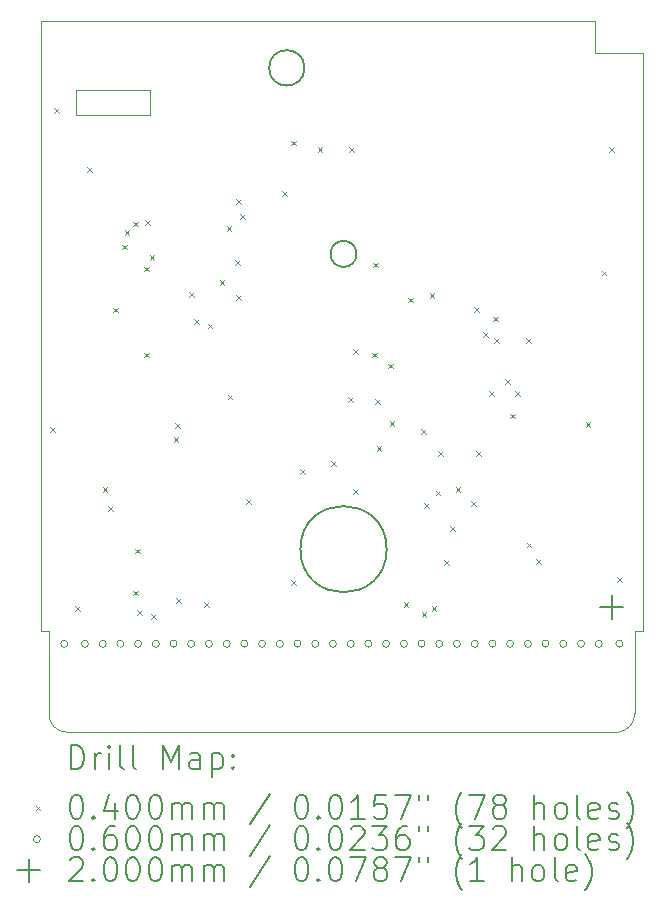
<source format=gbr>
%TF.GenerationSoftware,KiCad,Pcbnew,(6.0.8)*%
%TF.CreationDate,2022-12-25T17:24:43-05:00*%
%TF.ProjectId,mbc30flash,6d626333-3066-46c6-9173-682e6b696361,rev?*%
%TF.SameCoordinates,Original*%
%TF.FileFunction,Drillmap*%
%TF.FilePolarity,Positive*%
%FSLAX45Y45*%
G04 Gerber Fmt 4.5, Leading zero omitted, Abs format (unit mm)*
G04 Created by KiCad (PCBNEW (6.0.8)) date 2022-12-25 17:24:43*
%MOMM*%
%LPD*%
G01*
G04 APERTURE LIST*
%ADD10C,0.025400*%
%ADD11C,0.200000*%
%ADD12C,0.040000*%
%ADD13C,0.060000*%
G04 APERTURE END LIST*
D10*
X6790182Y-7560204D02*
X6790182Y-7770880D01*
X7412482Y-7560204D02*
X6790182Y-7560204D01*
X6490622Y-12140200D02*
X6560622Y-12140200D01*
X11590622Y-11170560D02*
X11590622Y-7250200D01*
X11185622Y-7250200D02*
X11185622Y-6980200D01*
X6490622Y-6980200D02*
X6490622Y-11170560D01*
X6714622Y-13000200D02*
X11377622Y-13000200D01*
X6560622Y-12140200D02*
X6560622Y-12844200D01*
X11520622Y-12140200D02*
X11590622Y-12140200D01*
X11520622Y-12836200D02*
X11520622Y-12140200D01*
X11185622Y-6980200D02*
X6490622Y-6980200D01*
X6560622Y-12844200D02*
G75*
G03*
X6714622Y-13000200I152498J-3470D01*
G01*
X11377622Y-13000204D02*
G75*
G03*
X11520622Y-12836200I-15092J157504D01*
G01*
X11590622Y-7250200D02*
X11185622Y-7250200D01*
X6790182Y-7770880D02*
X7412482Y-7770880D01*
X11590622Y-12140200D02*
X11590622Y-11170560D01*
X6490622Y-11170560D02*
X6490622Y-12140200D01*
D11*
X8724900Y-7375000D02*
G75*
G03*
X8724900Y-7375000I-150000J0D01*
G01*
D10*
X7412482Y-7560204D02*
X7412482Y-7770880D01*
D11*
X9165000Y-8950000D02*
G75*
G03*
X9165000Y-8950000I-110000J0D01*
G01*
X9420000Y-11450000D02*
G75*
G03*
X9420000Y-11450000I-365000J0D01*
G01*
D12*
X6572910Y-10416090D02*
X6612910Y-10456090D01*
X6612910Y-10416090D02*
X6572910Y-10456090D01*
X6605000Y-7713000D02*
X6645000Y-7753000D01*
X6645000Y-7713000D02*
X6605000Y-7753000D01*
X6785000Y-11935000D02*
X6825000Y-11975000D01*
X6825000Y-11935000D02*
X6785000Y-11975000D01*
X6883000Y-8218000D02*
X6923000Y-8258000D01*
X6923000Y-8218000D02*
X6883000Y-8258000D01*
X7016350Y-10925000D02*
X7056350Y-10965000D01*
X7056350Y-10925000D02*
X7016350Y-10965000D01*
X7062030Y-11086000D02*
X7102030Y-11126000D01*
X7102030Y-11086000D02*
X7062030Y-11126000D01*
X7106160Y-9405220D02*
X7146160Y-9445220D01*
X7146160Y-9405220D02*
X7106160Y-9445220D01*
X7178020Y-8872490D02*
X7218020Y-8912490D01*
X7218020Y-8872490D02*
X7178020Y-8912490D01*
X7200590Y-8751510D02*
X7240590Y-8791510D01*
X7240590Y-8751510D02*
X7200590Y-8791510D01*
X7275000Y-11802000D02*
X7315000Y-11842000D01*
X7315000Y-11802000D02*
X7275000Y-11842000D01*
X7275090Y-8675760D02*
X7315090Y-8715760D01*
X7315090Y-8675760D02*
X7275090Y-8715760D01*
X7290420Y-11445850D02*
X7330420Y-11485850D01*
X7330420Y-11445850D02*
X7290420Y-11485850D01*
X7305000Y-11967000D02*
X7345000Y-12007000D01*
X7345000Y-11967000D02*
X7305000Y-12007000D01*
X7365640Y-9785320D02*
X7405640Y-9825320D01*
X7405640Y-9785320D02*
X7365640Y-9825320D01*
X7368630Y-9058580D02*
X7408630Y-9098580D01*
X7408630Y-9058580D02*
X7368630Y-9098580D01*
X7377010Y-8667200D02*
X7417010Y-8707200D01*
X7417010Y-8667200D02*
X7377010Y-8707200D01*
X7412880Y-8960630D02*
X7452880Y-9000630D01*
X7452880Y-8960630D02*
X7412880Y-9000630D01*
X7426000Y-12002000D02*
X7466000Y-12042000D01*
X7466000Y-12002000D02*
X7426000Y-12042000D01*
X7617490Y-10499340D02*
X7657490Y-10539340D01*
X7657490Y-10499340D02*
X7617490Y-10539340D01*
X7630770Y-10382190D02*
X7670770Y-10422190D01*
X7670770Y-10382190D02*
X7630770Y-10422190D01*
X7636120Y-11864440D02*
X7676120Y-11904440D01*
X7676120Y-11864440D02*
X7636120Y-11904440D01*
X7746630Y-9272270D02*
X7786630Y-9312270D01*
X7786630Y-9272270D02*
X7746630Y-9312270D01*
X7792000Y-9499680D02*
X7832000Y-9539680D01*
X7832000Y-9499680D02*
X7792000Y-9539680D01*
X7872580Y-11898000D02*
X7912580Y-11938000D01*
X7912580Y-11898000D02*
X7872580Y-11938000D01*
X7904650Y-9540290D02*
X7944650Y-9580290D01*
X7944650Y-9540290D02*
X7904650Y-9580290D01*
X8005000Y-9170000D02*
X8045000Y-9210000D01*
X8045000Y-9170000D02*
X8005000Y-9210000D01*
X8065000Y-8715000D02*
X8105000Y-8755000D01*
X8105000Y-8715000D02*
X8065000Y-8755000D01*
X8074910Y-10142000D02*
X8114910Y-10182000D01*
X8114910Y-10142000D02*
X8074910Y-10182000D01*
X8135000Y-9000000D02*
X8175000Y-9040000D01*
X8175000Y-9000000D02*
X8135000Y-9040000D01*
X8145000Y-8485000D02*
X8185000Y-8525000D01*
X8185000Y-8485000D02*
X8145000Y-8525000D01*
X8145000Y-9300000D02*
X8185000Y-9340000D01*
X8185000Y-9300000D02*
X8145000Y-9340000D01*
X8180080Y-8615000D02*
X8220080Y-8655000D01*
X8220080Y-8615000D02*
X8180080Y-8655000D01*
X8232830Y-11025000D02*
X8272830Y-11065000D01*
X8272830Y-11025000D02*
X8232830Y-11065000D01*
X8532870Y-8421630D02*
X8572870Y-8461630D01*
X8572870Y-8421630D02*
X8532870Y-8461630D01*
X8608500Y-7991500D02*
X8648500Y-8031500D01*
X8648500Y-7991500D02*
X8608500Y-8031500D01*
X8614000Y-11714000D02*
X8654000Y-11754000D01*
X8654000Y-11714000D02*
X8614000Y-11754000D01*
X8685000Y-10770000D02*
X8725000Y-10810000D01*
X8725000Y-10770000D02*
X8685000Y-10810000D01*
X8836520Y-8043480D02*
X8876520Y-8083480D01*
X8876520Y-8043480D02*
X8836520Y-8083480D01*
X8947055Y-10704785D02*
X8987055Y-10744785D01*
X8987055Y-10704785D02*
X8947055Y-10744785D01*
X9095000Y-10165000D02*
X9135000Y-10205000D01*
X9135000Y-10165000D02*
X9095000Y-10205000D01*
X9104000Y-8043480D02*
X9144000Y-8083480D01*
X9144000Y-8043480D02*
X9104000Y-8083480D01*
X9135000Y-9755000D02*
X9175000Y-9795000D01*
X9175000Y-9755000D02*
X9135000Y-9795000D01*
X9135000Y-10940050D02*
X9175000Y-10980050D01*
X9175000Y-10940050D02*
X9135000Y-10980050D01*
X9300000Y-9785000D02*
X9340000Y-9825000D01*
X9340000Y-9785000D02*
X9300000Y-9825000D01*
X9304462Y-9024462D02*
X9344462Y-9064462D01*
X9344462Y-9024462D02*
X9304462Y-9064462D01*
X9320000Y-10180000D02*
X9360000Y-10220000D01*
X9360000Y-10180000D02*
X9320000Y-10220000D01*
X9335000Y-10575000D02*
X9375000Y-10615000D01*
X9375000Y-10575000D02*
X9335000Y-10615000D01*
X9430000Y-9880000D02*
X9470000Y-9920000D01*
X9470000Y-9880000D02*
X9430000Y-9920000D01*
X9445000Y-10365050D02*
X9485000Y-10405050D01*
X9485000Y-10365050D02*
X9445000Y-10405050D01*
X9565000Y-11900000D02*
X9605000Y-11940000D01*
X9605000Y-11900000D02*
X9565000Y-11940000D01*
X9600000Y-9320000D02*
X9640000Y-9360000D01*
X9640000Y-9320000D02*
X9600000Y-9360000D01*
X9715000Y-10435000D02*
X9755000Y-10475000D01*
X9755000Y-10435000D02*
X9715000Y-10475000D01*
X9715516Y-11983408D02*
X9755516Y-12023408D01*
X9755516Y-11983408D02*
X9715516Y-12023408D01*
X9740000Y-11060000D02*
X9780000Y-11100000D01*
X9780000Y-11060000D02*
X9740000Y-11100000D01*
X9785000Y-9285000D02*
X9825000Y-9325000D01*
X9825000Y-9285000D02*
X9785000Y-9325000D01*
X9800000Y-11930000D02*
X9840000Y-11970000D01*
X9840000Y-11930000D02*
X9800000Y-11970000D01*
X9835000Y-10955000D02*
X9875000Y-10995000D01*
X9875000Y-10955000D02*
X9835000Y-10995000D01*
X9855000Y-10620000D02*
X9895000Y-10660000D01*
X9895000Y-10620000D02*
X9855000Y-10660000D01*
X9905000Y-11545000D02*
X9945000Y-11585000D01*
X9945000Y-11545000D02*
X9905000Y-11585000D01*
X9955000Y-11255000D02*
X9995000Y-11295000D01*
X9995000Y-11255000D02*
X9955000Y-11295000D01*
X10005000Y-10925000D02*
X10045000Y-10965000D01*
X10045000Y-10925000D02*
X10005000Y-10965000D01*
X10137500Y-11042500D02*
X10177500Y-11082500D01*
X10177500Y-11042500D02*
X10137500Y-11082500D01*
X10161470Y-9401590D02*
X10201470Y-9441590D01*
X10201470Y-9401590D02*
X10161470Y-9441590D01*
X10175000Y-10620000D02*
X10215000Y-10660000D01*
X10215000Y-10620000D02*
X10175000Y-10660000D01*
X10237060Y-9613130D02*
X10277060Y-9653130D01*
X10277060Y-9613130D02*
X10237060Y-9653130D01*
X10290000Y-10115000D02*
X10330000Y-10155000D01*
X10330000Y-10115000D02*
X10290000Y-10155000D01*
X10321600Y-9480500D02*
X10361600Y-9520500D01*
X10361600Y-9480500D02*
X10321600Y-9520500D01*
X10332980Y-9661740D02*
X10372980Y-9701740D01*
X10372980Y-9661740D02*
X10332980Y-9701740D01*
X10425000Y-10010000D02*
X10465000Y-10050000D01*
X10465000Y-10010000D02*
X10425000Y-10050000D01*
X10467500Y-10302500D02*
X10507500Y-10342500D01*
X10507500Y-10302500D02*
X10467500Y-10342500D01*
X10505000Y-10110000D02*
X10545000Y-10150000D01*
X10545000Y-10110000D02*
X10505000Y-10150000D01*
X10601490Y-9660310D02*
X10641490Y-9700310D01*
X10641490Y-9660310D02*
X10601490Y-9700310D01*
X10606310Y-11395220D02*
X10646310Y-11435220D01*
X10646310Y-11395220D02*
X10606310Y-11435220D01*
X10685000Y-11532500D02*
X10725000Y-11572500D01*
X10725000Y-11532500D02*
X10685000Y-11572500D01*
X11105000Y-10375000D02*
X11145000Y-10415000D01*
X11145000Y-10375000D02*
X11105000Y-10415000D01*
X11240000Y-9092500D02*
X11280000Y-9132500D01*
X11280000Y-9092500D02*
X11240000Y-9132500D01*
X11301000Y-8043480D02*
X11341000Y-8083480D01*
X11341000Y-8043480D02*
X11301000Y-8083480D01*
X11370000Y-11687500D02*
X11410000Y-11727500D01*
X11410000Y-11687500D02*
X11370000Y-11727500D01*
D13*
X6720620Y-12250900D02*
G75*
G03*
X6720620Y-12250900I-30000J0D01*
G01*
X6895620Y-12250900D02*
G75*
G03*
X6895620Y-12250900I-30000J0D01*
G01*
X7045620Y-12250900D02*
G75*
G03*
X7045620Y-12250900I-30000J0D01*
G01*
X7195620Y-12250900D02*
G75*
G03*
X7195620Y-12250900I-30000J0D01*
G01*
X7345620Y-12250900D02*
G75*
G03*
X7345620Y-12250900I-30000J0D01*
G01*
X7495620Y-12250900D02*
G75*
G03*
X7495620Y-12250900I-30000J0D01*
G01*
X7645620Y-12250900D02*
G75*
G03*
X7645620Y-12250900I-30000J0D01*
G01*
X7795620Y-12250900D02*
G75*
G03*
X7795620Y-12250900I-30000J0D01*
G01*
X7945620Y-12250900D02*
G75*
G03*
X7945620Y-12250900I-30000J0D01*
G01*
X8095620Y-12250900D02*
G75*
G03*
X8095620Y-12250900I-30000J0D01*
G01*
X8245620Y-12250900D02*
G75*
G03*
X8245620Y-12250900I-30000J0D01*
G01*
X8395620Y-12250900D02*
G75*
G03*
X8395620Y-12250900I-30000J0D01*
G01*
X8545620Y-12250900D02*
G75*
G03*
X8545620Y-12250900I-30000J0D01*
G01*
X8695620Y-12250900D02*
G75*
G03*
X8695620Y-12250900I-30000J0D01*
G01*
X8845620Y-12250900D02*
G75*
G03*
X8845620Y-12250900I-30000J0D01*
G01*
X8995620Y-12250900D02*
G75*
G03*
X8995620Y-12250900I-30000J0D01*
G01*
X9145620Y-12250900D02*
G75*
G03*
X9145620Y-12250900I-30000J0D01*
G01*
X9295620Y-12250900D02*
G75*
G03*
X9295620Y-12250900I-30000J0D01*
G01*
X9445620Y-12250900D02*
G75*
G03*
X9445620Y-12250900I-30000J0D01*
G01*
X9595620Y-12250900D02*
G75*
G03*
X9595620Y-12250900I-30000J0D01*
G01*
X9745620Y-12250900D02*
G75*
G03*
X9745620Y-12250900I-30000J0D01*
G01*
X9895620Y-12250900D02*
G75*
G03*
X9895620Y-12250900I-30000J0D01*
G01*
X10045620Y-12250900D02*
G75*
G03*
X10045620Y-12250900I-30000J0D01*
G01*
X10195620Y-12250900D02*
G75*
G03*
X10195620Y-12250900I-30000J0D01*
G01*
X10345620Y-12250900D02*
G75*
G03*
X10345620Y-12250900I-30000J0D01*
G01*
X10495620Y-12250900D02*
G75*
G03*
X10495620Y-12250900I-30000J0D01*
G01*
X10645620Y-12250900D02*
G75*
G03*
X10645620Y-12250900I-30000J0D01*
G01*
X10795620Y-12250900D02*
G75*
G03*
X10795620Y-12250900I-30000J0D01*
G01*
X10945620Y-12250900D02*
G75*
G03*
X10945620Y-12250900I-30000J0D01*
G01*
X11095620Y-12250900D02*
G75*
G03*
X11095620Y-12250900I-30000J0D01*
G01*
X11245620Y-12250900D02*
G75*
G03*
X11245620Y-12250900I-30000J0D01*
G01*
X11420620Y-12250900D02*
G75*
G03*
X11420620Y-12250900I-30000J0D01*
G01*
D11*
X11325000Y-11837500D02*
X11325000Y-12037500D01*
X11225000Y-11937500D02*
X11425000Y-11937500D01*
X6746971Y-13311953D02*
X6746971Y-13111953D01*
X6794590Y-13111953D01*
X6823161Y-13121477D01*
X6842209Y-13140525D01*
X6851733Y-13159573D01*
X6861257Y-13197668D01*
X6861257Y-13226239D01*
X6851733Y-13264334D01*
X6842209Y-13283382D01*
X6823161Y-13302430D01*
X6794590Y-13311953D01*
X6746971Y-13311953D01*
X6946971Y-13311953D02*
X6946971Y-13178620D01*
X6946971Y-13216715D02*
X6956495Y-13197668D01*
X6966019Y-13188144D01*
X6985066Y-13178620D01*
X7004114Y-13178620D01*
X7070780Y-13311953D02*
X7070780Y-13178620D01*
X7070780Y-13111953D02*
X7061257Y-13121477D01*
X7070780Y-13131001D01*
X7080304Y-13121477D01*
X7070780Y-13111953D01*
X7070780Y-13131001D01*
X7194590Y-13311953D02*
X7175542Y-13302430D01*
X7166019Y-13283382D01*
X7166019Y-13111953D01*
X7299352Y-13311953D02*
X7280304Y-13302430D01*
X7270780Y-13283382D01*
X7270780Y-13111953D01*
X7527923Y-13311953D02*
X7527923Y-13111953D01*
X7594590Y-13254811D01*
X7661257Y-13111953D01*
X7661257Y-13311953D01*
X7842209Y-13311953D02*
X7842209Y-13207192D01*
X7832685Y-13188144D01*
X7813638Y-13178620D01*
X7775542Y-13178620D01*
X7756495Y-13188144D01*
X7842209Y-13302430D02*
X7823161Y-13311953D01*
X7775542Y-13311953D01*
X7756495Y-13302430D01*
X7746971Y-13283382D01*
X7746971Y-13264334D01*
X7756495Y-13245287D01*
X7775542Y-13235763D01*
X7823161Y-13235763D01*
X7842209Y-13226239D01*
X7937447Y-13178620D02*
X7937447Y-13378620D01*
X7937447Y-13188144D02*
X7956495Y-13178620D01*
X7994590Y-13178620D01*
X8013638Y-13188144D01*
X8023161Y-13197668D01*
X8032685Y-13216715D01*
X8032685Y-13273858D01*
X8023161Y-13292906D01*
X8013638Y-13302430D01*
X7994590Y-13311953D01*
X7956495Y-13311953D01*
X7937447Y-13302430D01*
X8118400Y-13292906D02*
X8127923Y-13302430D01*
X8118400Y-13311953D01*
X8108876Y-13302430D01*
X8118400Y-13292906D01*
X8118400Y-13311953D01*
X8118400Y-13188144D02*
X8127923Y-13197668D01*
X8118400Y-13207192D01*
X8108876Y-13197668D01*
X8118400Y-13188144D01*
X8118400Y-13207192D01*
D12*
X6449352Y-13621477D02*
X6489352Y-13661477D01*
X6489352Y-13621477D02*
X6449352Y-13661477D01*
D11*
X6785066Y-13531953D02*
X6804114Y-13531953D01*
X6823161Y-13541477D01*
X6832685Y-13551001D01*
X6842209Y-13570049D01*
X6851733Y-13608144D01*
X6851733Y-13655763D01*
X6842209Y-13693858D01*
X6832685Y-13712906D01*
X6823161Y-13722430D01*
X6804114Y-13731953D01*
X6785066Y-13731953D01*
X6766019Y-13722430D01*
X6756495Y-13712906D01*
X6746971Y-13693858D01*
X6737447Y-13655763D01*
X6737447Y-13608144D01*
X6746971Y-13570049D01*
X6756495Y-13551001D01*
X6766019Y-13541477D01*
X6785066Y-13531953D01*
X6937447Y-13712906D02*
X6946971Y-13722430D01*
X6937447Y-13731953D01*
X6927923Y-13722430D01*
X6937447Y-13712906D01*
X6937447Y-13731953D01*
X7118400Y-13598620D02*
X7118400Y-13731953D01*
X7070780Y-13522430D02*
X7023161Y-13665287D01*
X7146971Y-13665287D01*
X7261257Y-13531953D02*
X7280304Y-13531953D01*
X7299352Y-13541477D01*
X7308876Y-13551001D01*
X7318400Y-13570049D01*
X7327923Y-13608144D01*
X7327923Y-13655763D01*
X7318400Y-13693858D01*
X7308876Y-13712906D01*
X7299352Y-13722430D01*
X7280304Y-13731953D01*
X7261257Y-13731953D01*
X7242209Y-13722430D01*
X7232685Y-13712906D01*
X7223161Y-13693858D01*
X7213638Y-13655763D01*
X7213638Y-13608144D01*
X7223161Y-13570049D01*
X7232685Y-13551001D01*
X7242209Y-13541477D01*
X7261257Y-13531953D01*
X7451733Y-13531953D02*
X7470780Y-13531953D01*
X7489828Y-13541477D01*
X7499352Y-13551001D01*
X7508876Y-13570049D01*
X7518400Y-13608144D01*
X7518400Y-13655763D01*
X7508876Y-13693858D01*
X7499352Y-13712906D01*
X7489828Y-13722430D01*
X7470780Y-13731953D01*
X7451733Y-13731953D01*
X7432685Y-13722430D01*
X7423161Y-13712906D01*
X7413638Y-13693858D01*
X7404114Y-13655763D01*
X7404114Y-13608144D01*
X7413638Y-13570049D01*
X7423161Y-13551001D01*
X7432685Y-13541477D01*
X7451733Y-13531953D01*
X7604114Y-13731953D02*
X7604114Y-13598620D01*
X7604114Y-13617668D02*
X7613638Y-13608144D01*
X7632685Y-13598620D01*
X7661257Y-13598620D01*
X7680304Y-13608144D01*
X7689828Y-13627192D01*
X7689828Y-13731953D01*
X7689828Y-13627192D02*
X7699352Y-13608144D01*
X7718400Y-13598620D01*
X7746971Y-13598620D01*
X7766019Y-13608144D01*
X7775542Y-13627192D01*
X7775542Y-13731953D01*
X7870780Y-13731953D02*
X7870780Y-13598620D01*
X7870780Y-13617668D02*
X7880304Y-13608144D01*
X7899352Y-13598620D01*
X7927923Y-13598620D01*
X7946971Y-13608144D01*
X7956495Y-13627192D01*
X7956495Y-13731953D01*
X7956495Y-13627192D02*
X7966019Y-13608144D01*
X7985066Y-13598620D01*
X8013638Y-13598620D01*
X8032685Y-13608144D01*
X8042209Y-13627192D01*
X8042209Y-13731953D01*
X8432685Y-13522430D02*
X8261257Y-13779573D01*
X8689828Y-13531953D02*
X8708876Y-13531953D01*
X8727923Y-13541477D01*
X8737447Y-13551001D01*
X8746971Y-13570049D01*
X8756495Y-13608144D01*
X8756495Y-13655763D01*
X8746971Y-13693858D01*
X8737447Y-13712906D01*
X8727923Y-13722430D01*
X8708876Y-13731953D01*
X8689828Y-13731953D01*
X8670781Y-13722430D01*
X8661257Y-13712906D01*
X8651733Y-13693858D01*
X8642209Y-13655763D01*
X8642209Y-13608144D01*
X8651733Y-13570049D01*
X8661257Y-13551001D01*
X8670781Y-13541477D01*
X8689828Y-13531953D01*
X8842209Y-13712906D02*
X8851733Y-13722430D01*
X8842209Y-13731953D01*
X8832685Y-13722430D01*
X8842209Y-13712906D01*
X8842209Y-13731953D01*
X8975542Y-13531953D02*
X8994590Y-13531953D01*
X9013638Y-13541477D01*
X9023162Y-13551001D01*
X9032685Y-13570049D01*
X9042209Y-13608144D01*
X9042209Y-13655763D01*
X9032685Y-13693858D01*
X9023162Y-13712906D01*
X9013638Y-13722430D01*
X8994590Y-13731953D01*
X8975542Y-13731953D01*
X8956495Y-13722430D01*
X8946971Y-13712906D01*
X8937447Y-13693858D01*
X8927923Y-13655763D01*
X8927923Y-13608144D01*
X8937447Y-13570049D01*
X8946971Y-13551001D01*
X8956495Y-13541477D01*
X8975542Y-13531953D01*
X9232685Y-13731953D02*
X9118400Y-13731953D01*
X9175542Y-13731953D02*
X9175542Y-13531953D01*
X9156495Y-13560525D01*
X9137447Y-13579573D01*
X9118400Y-13589096D01*
X9413638Y-13531953D02*
X9318400Y-13531953D01*
X9308876Y-13627192D01*
X9318400Y-13617668D01*
X9337447Y-13608144D01*
X9385066Y-13608144D01*
X9404114Y-13617668D01*
X9413638Y-13627192D01*
X9423162Y-13646239D01*
X9423162Y-13693858D01*
X9413638Y-13712906D01*
X9404114Y-13722430D01*
X9385066Y-13731953D01*
X9337447Y-13731953D01*
X9318400Y-13722430D01*
X9308876Y-13712906D01*
X9489828Y-13531953D02*
X9623162Y-13531953D01*
X9537447Y-13731953D01*
X9689828Y-13531953D02*
X9689828Y-13570049D01*
X9766019Y-13531953D02*
X9766019Y-13570049D01*
X10061257Y-13808144D02*
X10051733Y-13798620D01*
X10032685Y-13770049D01*
X10023162Y-13751001D01*
X10013638Y-13722430D01*
X10004114Y-13674811D01*
X10004114Y-13636715D01*
X10013638Y-13589096D01*
X10023162Y-13560525D01*
X10032685Y-13541477D01*
X10051733Y-13512906D01*
X10061257Y-13503382D01*
X10118400Y-13531953D02*
X10251733Y-13531953D01*
X10166019Y-13731953D01*
X10356495Y-13617668D02*
X10337447Y-13608144D01*
X10327923Y-13598620D01*
X10318400Y-13579573D01*
X10318400Y-13570049D01*
X10327923Y-13551001D01*
X10337447Y-13541477D01*
X10356495Y-13531953D01*
X10394590Y-13531953D01*
X10413638Y-13541477D01*
X10423162Y-13551001D01*
X10432685Y-13570049D01*
X10432685Y-13579573D01*
X10423162Y-13598620D01*
X10413638Y-13608144D01*
X10394590Y-13617668D01*
X10356495Y-13617668D01*
X10337447Y-13627192D01*
X10327923Y-13636715D01*
X10318400Y-13655763D01*
X10318400Y-13693858D01*
X10327923Y-13712906D01*
X10337447Y-13722430D01*
X10356495Y-13731953D01*
X10394590Y-13731953D01*
X10413638Y-13722430D01*
X10423162Y-13712906D01*
X10432685Y-13693858D01*
X10432685Y-13655763D01*
X10423162Y-13636715D01*
X10413638Y-13627192D01*
X10394590Y-13617668D01*
X10670781Y-13731953D02*
X10670781Y-13531953D01*
X10756495Y-13731953D02*
X10756495Y-13627192D01*
X10746971Y-13608144D01*
X10727923Y-13598620D01*
X10699352Y-13598620D01*
X10680304Y-13608144D01*
X10670781Y-13617668D01*
X10880304Y-13731953D02*
X10861257Y-13722430D01*
X10851733Y-13712906D01*
X10842209Y-13693858D01*
X10842209Y-13636715D01*
X10851733Y-13617668D01*
X10861257Y-13608144D01*
X10880304Y-13598620D01*
X10908876Y-13598620D01*
X10927923Y-13608144D01*
X10937447Y-13617668D01*
X10946971Y-13636715D01*
X10946971Y-13693858D01*
X10937447Y-13712906D01*
X10927923Y-13722430D01*
X10908876Y-13731953D01*
X10880304Y-13731953D01*
X11061257Y-13731953D02*
X11042209Y-13722430D01*
X11032685Y-13703382D01*
X11032685Y-13531953D01*
X11213638Y-13722430D02*
X11194590Y-13731953D01*
X11156495Y-13731953D01*
X11137447Y-13722430D01*
X11127923Y-13703382D01*
X11127923Y-13627192D01*
X11137447Y-13608144D01*
X11156495Y-13598620D01*
X11194590Y-13598620D01*
X11213638Y-13608144D01*
X11223161Y-13627192D01*
X11223161Y-13646239D01*
X11127923Y-13665287D01*
X11299352Y-13722430D02*
X11318400Y-13731953D01*
X11356495Y-13731953D01*
X11375542Y-13722430D01*
X11385066Y-13703382D01*
X11385066Y-13693858D01*
X11375542Y-13674811D01*
X11356495Y-13665287D01*
X11327923Y-13665287D01*
X11308876Y-13655763D01*
X11299352Y-13636715D01*
X11299352Y-13627192D01*
X11308876Y-13608144D01*
X11327923Y-13598620D01*
X11356495Y-13598620D01*
X11375542Y-13608144D01*
X11451733Y-13808144D02*
X11461257Y-13798620D01*
X11480304Y-13770049D01*
X11489828Y-13751001D01*
X11499352Y-13722430D01*
X11508876Y-13674811D01*
X11508876Y-13636715D01*
X11499352Y-13589096D01*
X11489828Y-13560525D01*
X11480304Y-13541477D01*
X11461257Y-13512906D01*
X11451733Y-13503382D01*
D13*
X6489352Y-13905477D02*
G75*
G03*
X6489352Y-13905477I-30000J0D01*
G01*
D11*
X6785066Y-13795953D02*
X6804114Y-13795953D01*
X6823161Y-13805477D01*
X6832685Y-13815001D01*
X6842209Y-13834049D01*
X6851733Y-13872144D01*
X6851733Y-13919763D01*
X6842209Y-13957858D01*
X6832685Y-13976906D01*
X6823161Y-13986430D01*
X6804114Y-13995953D01*
X6785066Y-13995953D01*
X6766019Y-13986430D01*
X6756495Y-13976906D01*
X6746971Y-13957858D01*
X6737447Y-13919763D01*
X6737447Y-13872144D01*
X6746971Y-13834049D01*
X6756495Y-13815001D01*
X6766019Y-13805477D01*
X6785066Y-13795953D01*
X6937447Y-13976906D02*
X6946971Y-13986430D01*
X6937447Y-13995953D01*
X6927923Y-13986430D01*
X6937447Y-13976906D01*
X6937447Y-13995953D01*
X7118400Y-13795953D02*
X7080304Y-13795953D01*
X7061257Y-13805477D01*
X7051733Y-13815001D01*
X7032685Y-13843573D01*
X7023161Y-13881668D01*
X7023161Y-13957858D01*
X7032685Y-13976906D01*
X7042209Y-13986430D01*
X7061257Y-13995953D01*
X7099352Y-13995953D01*
X7118400Y-13986430D01*
X7127923Y-13976906D01*
X7137447Y-13957858D01*
X7137447Y-13910239D01*
X7127923Y-13891192D01*
X7118400Y-13881668D01*
X7099352Y-13872144D01*
X7061257Y-13872144D01*
X7042209Y-13881668D01*
X7032685Y-13891192D01*
X7023161Y-13910239D01*
X7261257Y-13795953D02*
X7280304Y-13795953D01*
X7299352Y-13805477D01*
X7308876Y-13815001D01*
X7318400Y-13834049D01*
X7327923Y-13872144D01*
X7327923Y-13919763D01*
X7318400Y-13957858D01*
X7308876Y-13976906D01*
X7299352Y-13986430D01*
X7280304Y-13995953D01*
X7261257Y-13995953D01*
X7242209Y-13986430D01*
X7232685Y-13976906D01*
X7223161Y-13957858D01*
X7213638Y-13919763D01*
X7213638Y-13872144D01*
X7223161Y-13834049D01*
X7232685Y-13815001D01*
X7242209Y-13805477D01*
X7261257Y-13795953D01*
X7451733Y-13795953D02*
X7470780Y-13795953D01*
X7489828Y-13805477D01*
X7499352Y-13815001D01*
X7508876Y-13834049D01*
X7518400Y-13872144D01*
X7518400Y-13919763D01*
X7508876Y-13957858D01*
X7499352Y-13976906D01*
X7489828Y-13986430D01*
X7470780Y-13995953D01*
X7451733Y-13995953D01*
X7432685Y-13986430D01*
X7423161Y-13976906D01*
X7413638Y-13957858D01*
X7404114Y-13919763D01*
X7404114Y-13872144D01*
X7413638Y-13834049D01*
X7423161Y-13815001D01*
X7432685Y-13805477D01*
X7451733Y-13795953D01*
X7604114Y-13995953D02*
X7604114Y-13862620D01*
X7604114Y-13881668D02*
X7613638Y-13872144D01*
X7632685Y-13862620D01*
X7661257Y-13862620D01*
X7680304Y-13872144D01*
X7689828Y-13891192D01*
X7689828Y-13995953D01*
X7689828Y-13891192D02*
X7699352Y-13872144D01*
X7718400Y-13862620D01*
X7746971Y-13862620D01*
X7766019Y-13872144D01*
X7775542Y-13891192D01*
X7775542Y-13995953D01*
X7870780Y-13995953D02*
X7870780Y-13862620D01*
X7870780Y-13881668D02*
X7880304Y-13872144D01*
X7899352Y-13862620D01*
X7927923Y-13862620D01*
X7946971Y-13872144D01*
X7956495Y-13891192D01*
X7956495Y-13995953D01*
X7956495Y-13891192D02*
X7966019Y-13872144D01*
X7985066Y-13862620D01*
X8013638Y-13862620D01*
X8032685Y-13872144D01*
X8042209Y-13891192D01*
X8042209Y-13995953D01*
X8432685Y-13786430D02*
X8261257Y-14043573D01*
X8689828Y-13795953D02*
X8708876Y-13795953D01*
X8727923Y-13805477D01*
X8737447Y-13815001D01*
X8746971Y-13834049D01*
X8756495Y-13872144D01*
X8756495Y-13919763D01*
X8746971Y-13957858D01*
X8737447Y-13976906D01*
X8727923Y-13986430D01*
X8708876Y-13995953D01*
X8689828Y-13995953D01*
X8670781Y-13986430D01*
X8661257Y-13976906D01*
X8651733Y-13957858D01*
X8642209Y-13919763D01*
X8642209Y-13872144D01*
X8651733Y-13834049D01*
X8661257Y-13815001D01*
X8670781Y-13805477D01*
X8689828Y-13795953D01*
X8842209Y-13976906D02*
X8851733Y-13986430D01*
X8842209Y-13995953D01*
X8832685Y-13986430D01*
X8842209Y-13976906D01*
X8842209Y-13995953D01*
X8975542Y-13795953D02*
X8994590Y-13795953D01*
X9013638Y-13805477D01*
X9023162Y-13815001D01*
X9032685Y-13834049D01*
X9042209Y-13872144D01*
X9042209Y-13919763D01*
X9032685Y-13957858D01*
X9023162Y-13976906D01*
X9013638Y-13986430D01*
X8994590Y-13995953D01*
X8975542Y-13995953D01*
X8956495Y-13986430D01*
X8946971Y-13976906D01*
X8937447Y-13957858D01*
X8927923Y-13919763D01*
X8927923Y-13872144D01*
X8937447Y-13834049D01*
X8946971Y-13815001D01*
X8956495Y-13805477D01*
X8975542Y-13795953D01*
X9118400Y-13815001D02*
X9127923Y-13805477D01*
X9146971Y-13795953D01*
X9194590Y-13795953D01*
X9213638Y-13805477D01*
X9223162Y-13815001D01*
X9232685Y-13834049D01*
X9232685Y-13853096D01*
X9223162Y-13881668D01*
X9108876Y-13995953D01*
X9232685Y-13995953D01*
X9299352Y-13795953D02*
X9423162Y-13795953D01*
X9356495Y-13872144D01*
X9385066Y-13872144D01*
X9404114Y-13881668D01*
X9413638Y-13891192D01*
X9423162Y-13910239D01*
X9423162Y-13957858D01*
X9413638Y-13976906D01*
X9404114Y-13986430D01*
X9385066Y-13995953D01*
X9327923Y-13995953D01*
X9308876Y-13986430D01*
X9299352Y-13976906D01*
X9594590Y-13795953D02*
X9556495Y-13795953D01*
X9537447Y-13805477D01*
X9527923Y-13815001D01*
X9508876Y-13843573D01*
X9499352Y-13881668D01*
X9499352Y-13957858D01*
X9508876Y-13976906D01*
X9518400Y-13986430D01*
X9537447Y-13995953D01*
X9575542Y-13995953D01*
X9594590Y-13986430D01*
X9604114Y-13976906D01*
X9613638Y-13957858D01*
X9613638Y-13910239D01*
X9604114Y-13891192D01*
X9594590Y-13881668D01*
X9575542Y-13872144D01*
X9537447Y-13872144D01*
X9518400Y-13881668D01*
X9508876Y-13891192D01*
X9499352Y-13910239D01*
X9689828Y-13795953D02*
X9689828Y-13834049D01*
X9766019Y-13795953D02*
X9766019Y-13834049D01*
X10061257Y-14072144D02*
X10051733Y-14062620D01*
X10032685Y-14034049D01*
X10023162Y-14015001D01*
X10013638Y-13986430D01*
X10004114Y-13938811D01*
X10004114Y-13900715D01*
X10013638Y-13853096D01*
X10023162Y-13824525D01*
X10032685Y-13805477D01*
X10051733Y-13776906D01*
X10061257Y-13767382D01*
X10118400Y-13795953D02*
X10242209Y-13795953D01*
X10175542Y-13872144D01*
X10204114Y-13872144D01*
X10223162Y-13881668D01*
X10232685Y-13891192D01*
X10242209Y-13910239D01*
X10242209Y-13957858D01*
X10232685Y-13976906D01*
X10223162Y-13986430D01*
X10204114Y-13995953D01*
X10146971Y-13995953D01*
X10127923Y-13986430D01*
X10118400Y-13976906D01*
X10318400Y-13815001D02*
X10327923Y-13805477D01*
X10346971Y-13795953D01*
X10394590Y-13795953D01*
X10413638Y-13805477D01*
X10423162Y-13815001D01*
X10432685Y-13834049D01*
X10432685Y-13853096D01*
X10423162Y-13881668D01*
X10308876Y-13995953D01*
X10432685Y-13995953D01*
X10670781Y-13995953D02*
X10670781Y-13795953D01*
X10756495Y-13995953D02*
X10756495Y-13891192D01*
X10746971Y-13872144D01*
X10727923Y-13862620D01*
X10699352Y-13862620D01*
X10680304Y-13872144D01*
X10670781Y-13881668D01*
X10880304Y-13995953D02*
X10861257Y-13986430D01*
X10851733Y-13976906D01*
X10842209Y-13957858D01*
X10842209Y-13900715D01*
X10851733Y-13881668D01*
X10861257Y-13872144D01*
X10880304Y-13862620D01*
X10908876Y-13862620D01*
X10927923Y-13872144D01*
X10937447Y-13881668D01*
X10946971Y-13900715D01*
X10946971Y-13957858D01*
X10937447Y-13976906D01*
X10927923Y-13986430D01*
X10908876Y-13995953D01*
X10880304Y-13995953D01*
X11061257Y-13995953D02*
X11042209Y-13986430D01*
X11032685Y-13967382D01*
X11032685Y-13795953D01*
X11213638Y-13986430D02*
X11194590Y-13995953D01*
X11156495Y-13995953D01*
X11137447Y-13986430D01*
X11127923Y-13967382D01*
X11127923Y-13891192D01*
X11137447Y-13872144D01*
X11156495Y-13862620D01*
X11194590Y-13862620D01*
X11213638Y-13872144D01*
X11223161Y-13891192D01*
X11223161Y-13910239D01*
X11127923Y-13929287D01*
X11299352Y-13986430D02*
X11318400Y-13995953D01*
X11356495Y-13995953D01*
X11375542Y-13986430D01*
X11385066Y-13967382D01*
X11385066Y-13957858D01*
X11375542Y-13938811D01*
X11356495Y-13929287D01*
X11327923Y-13929287D01*
X11308876Y-13919763D01*
X11299352Y-13900715D01*
X11299352Y-13891192D01*
X11308876Y-13872144D01*
X11327923Y-13862620D01*
X11356495Y-13862620D01*
X11375542Y-13872144D01*
X11451733Y-14072144D02*
X11461257Y-14062620D01*
X11480304Y-14034049D01*
X11489828Y-14015001D01*
X11499352Y-13986430D01*
X11508876Y-13938811D01*
X11508876Y-13900715D01*
X11499352Y-13853096D01*
X11489828Y-13824525D01*
X11480304Y-13805477D01*
X11461257Y-13776906D01*
X11451733Y-13767382D01*
X6389352Y-14069477D02*
X6389352Y-14269477D01*
X6289352Y-14169477D02*
X6489352Y-14169477D01*
X6737447Y-14079001D02*
X6746971Y-14069477D01*
X6766019Y-14059953D01*
X6813638Y-14059953D01*
X6832685Y-14069477D01*
X6842209Y-14079001D01*
X6851733Y-14098049D01*
X6851733Y-14117096D01*
X6842209Y-14145668D01*
X6727923Y-14259953D01*
X6851733Y-14259953D01*
X6937447Y-14240906D02*
X6946971Y-14250430D01*
X6937447Y-14259953D01*
X6927923Y-14250430D01*
X6937447Y-14240906D01*
X6937447Y-14259953D01*
X7070780Y-14059953D02*
X7089828Y-14059953D01*
X7108876Y-14069477D01*
X7118400Y-14079001D01*
X7127923Y-14098049D01*
X7137447Y-14136144D01*
X7137447Y-14183763D01*
X7127923Y-14221858D01*
X7118400Y-14240906D01*
X7108876Y-14250430D01*
X7089828Y-14259953D01*
X7070780Y-14259953D01*
X7051733Y-14250430D01*
X7042209Y-14240906D01*
X7032685Y-14221858D01*
X7023161Y-14183763D01*
X7023161Y-14136144D01*
X7032685Y-14098049D01*
X7042209Y-14079001D01*
X7051733Y-14069477D01*
X7070780Y-14059953D01*
X7261257Y-14059953D02*
X7280304Y-14059953D01*
X7299352Y-14069477D01*
X7308876Y-14079001D01*
X7318400Y-14098049D01*
X7327923Y-14136144D01*
X7327923Y-14183763D01*
X7318400Y-14221858D01*
X7308876Y-14240906D01*
X7299352Y-14250430D01*
X7280304Y-14259953D01*
X7261257Y-14259953D01*
X7242209Y-14250430D01*
X7232685Y-14240906D01*
X7223161Y-14221858D01*
X7213638Y-14183763D01*
X7213638Y-14136144D01*
X7223161Y-14098049D01*
X7232685Y-14079001D01*
X7242209Y-14069477D01*
X7261257Y-14059953D01*
X7451733Y-14059953D02*
X7470780Y-14059953D01*
X7489828Y-14069477D01*
X7499352Y-14079001D01*
X7508876Y-14098049D01*
X7518400Y-14136144D01*
X7518400Y-14183763D01*
X7508876Y-14221858D01*
X7499352Y-14240906D01*
X7489828Y-14250430D01*
X7470780Y-14259953D01*
X7451733Y-14259953D01*
X7432685Y-14250430D01*
X7423161Y-14240906D01*
X7413638Y-14221858D01*
X7404114Y-14183763D01*
X7404114Y-14136144D01*
X7413638Y-14098049D01*
X7423161Y-14079001D01*
X7432685Y-14069477D01*
X7451733Y-14059953D01*
X7604114Y-14259953D02*
X7604114Y-14126620D01*
X7604114Y-14145668D02*
X7613638Y-14136144D01*
X7632685Y-14126620D01*
X7661257Y-14126620D01*
X7680304Y-14136144D01*
X7689828Y-14155192D01*
X7689828Y-14259953D01*
X7689828Y-14155192D02*
X7699352Y-14136144D01*
X7718400Y-14126620D01*
X7746971Y-14126620D01*
X7766019Y-14136144D01*
X7775542Y-14155192D01*
X7775542Y-14259953D01*
X7870780Y-14259953D02*
X7870780Y-14126620D01*
X7870780Y-14145668D02*
X7880304Y-14136144D01*
X7899352Y-14126620D01*
X7927923Y-14126620D01*
X7946971Y-14136144D01*
X7956495Y-14155192D01*
X7956495Y-14259953D01*
X7956495Y-14155192D02*
X7966019Y-14136144D01*
X7985066Y-14126620D01*
X8013638Y-14126620D01*
X8032685Y-14136144D01*
X8042209Y-14155192D01*
X8042209Y-14259953D01*
X8432685Y-14050430D02*
X8261257Y-14307573D01*
X8689828Y-14059953D02*
X8708876Y-14059953D01*
X8727923Y-14069477D01*
X8737447Y-14079001D01*
X8746971Y-14098049D01*
X8756495Y-14136144D01*
X8756495Y-14183763D01*
X8746971Y-14221858D01*
X8737447Y-14240906D01*
X8727923Y-14250430D01*
X8708876Y-14259953D01*
X8689828Y-14259953D01*
X8670781Y-14250430D01*
X8661257Y-14240906D01*
X8651733Y-14221858D01*
X8642209Y-14183763D01*
X8642209Y-14136144D01*
X8651733Y-14098049D01*
X8661257Y-14079001D01*
X8670781Y-14069477D01*
X8689828Y-14059953D01*
X8842209Y-14240906D02*
X8851733Y-14250430D01*
X8842209Y-14259953D01*
X8832685Y-14250430D01*
X8842209Y-14240906D01*
X8842209Y-14259953D01*
X8975542Y-14059953D02*
X8994590Y-14059953D01*
X9013638Y-14069477D01*
X9023162Y-14079001D01*
X9032685Y-14098049D01*
X9042209Y-14136144D01*
X9042209Y-14183763D01*
X9032685Y-14221858D01*
X9023162Y-14240906D01*
X9013638Y-14250430D01*
X8994590Y-14259953D01*
X8975542Y-14259953D01*
X8956495Y-14250430D01*
X8946971Y-14240906D01*
X8937447Y-14221858D01*
X8927923Y-14183763D01*
X8927923Y-14136144D01*
X8937447Y-14098049D01*
X8946971Y-14079001D01*
X8956495Y-14069477D01*
X8975542Y-14059953D01*
X9108876Y-14059953D02*
X9242209Y-14059953D01*
X9156495Y-14259953D01*
X9346971Y-14145668D02*
X9327923Y-14136144D01*
X9318400Y-14126620D01*
X9308876Y-14107573D01*
X9308876Y-14098049D01*
X9318400Y-14079001D01*
X9327923Y-14069477D01*
X9346971Y-14059953D01*
X9385066Y-14059953D01*
X9404114Y-14069477D01*
X9413638Y-14079001D01*
X9423162Y-14098049D01*
X9423162Y-14107573D01*
X9413638Y-14126620D01*
X9404114Y-14136144D01*
X9385066Y-14145668D01*
X9346971Y-14145668D01*
X9327923Y-14155192D01*
X9318400Y-14164715D01*
X9308876Y-14183763D01*
X9308876Y-14221858D01*
X9318400Y-14240906D01*
X9327923Y-14250430D01*
X9346971Y-14259953D01*
X9385066Y-14259953D01*
X9404114Y-14250430D01*
X9413638Y-14240906D01*
X9423162Y-14221858D01*
X9423162Y-14183763D01*
X9413638Y-14164715D01*
X9404114Y-14155192D01*
X9385066Y-14145668D01*
X9489828Y-14059953D02*
X9623162Y-14059953D01*
X9537447Y-14259953D01*
X9689828Y-14059953D02*
X9689828Y-14098049D01*
X9766019Y-14059953D02*
X9766019Y-14098049D01*
X10061257Y-14336144D02*
X10051733Y-14326620D01*
X10032685Y-14298049D01*
X10023162Y-14279001D01*
X10013638Y-14250430D01*
X10004114Y-14202811D01*
X10004114Y-14164715D01*
X10013638Y-14117096D01*
X10023162Y-14088525D01*
X10032685Y-14069477D01*
X10051733Y-14040906D01*
X10061257Y-14031382D01*
X10242209Y-14259953D02*
X10127923Y-14259953D01*
X10185066Y-14259953D02*
X10185066Y-14059953D01*
X10166019Y-14088525D01*
X10146971Y-14107573D01*
X10127923Y-14117096D01*
X10480304Y-14259953D02*
X10480304Y-14059953D01*
X10566019Y-14259953D02*
X10566019Y-14155192D01*
X10556495Y-14136144D01*
X10537447Y-14126620D01*
X10508876Y-14126620D01*
X10489828Y-14136144D01*
X10480304Y-14145668D01*
X10689828Y-14259953D02*
X10670781Y-14250430D01*
X10661257Y-14240906D01*
X10651733Y-14221858D01*
X10651733Y-14164715D01*
X10661257Y-14145668D01*
X10670781Y-14136144D01*
X10689828Y-14126620D01*
X10718400Y-14126620D01*
X10737447Y-14136144D01*
X10746971Y-14145668D01*
X10756495Y-14164715D01*
X10756495Y-14221858D01*
X10746971Y-14240906D01*
X10737447Y-14250430D01*
X10718400Y-14259953D01*
X10689828Y-14259953D01*
X10870781Y-14259953D02*
X10851733Y-14250430D01*
X10842209Y-14231382D01*
X10842209Y-14059953D01*
X11023162Y-14250430D02*
X11004114Y-14259953D01*
X10966019Y-14259953D01*
X10946971Y-14250430D01*
X10937447Y-14231382D01*
X10937447Y-14155192D01*
X10946971Y-14136144D01*
X10966019Y-14126620D01*
X11004114Y-14126620D01*
X11023162Y-14136144D01*
X11032685Y-14155192D01*
X11032685Y-14174239D01*
X10937447Y-14193287D01*
X11099352Y-14336144D02*
X11108876Y-14326620D01*
X11127923Y-14298049D01*
X11137447Y-14279001D01*
X11146971Y-14250430D01*
X11156495Y-14202811D01*
X11156495Y-14164715D01*
X11146971Y-14117096D01*
X11137447Y-14088525D01*
X11127923Y-14069477D01*
X11108876Y-14040906D01*
X11099352Y-14031382D01*
M02*

</source>
